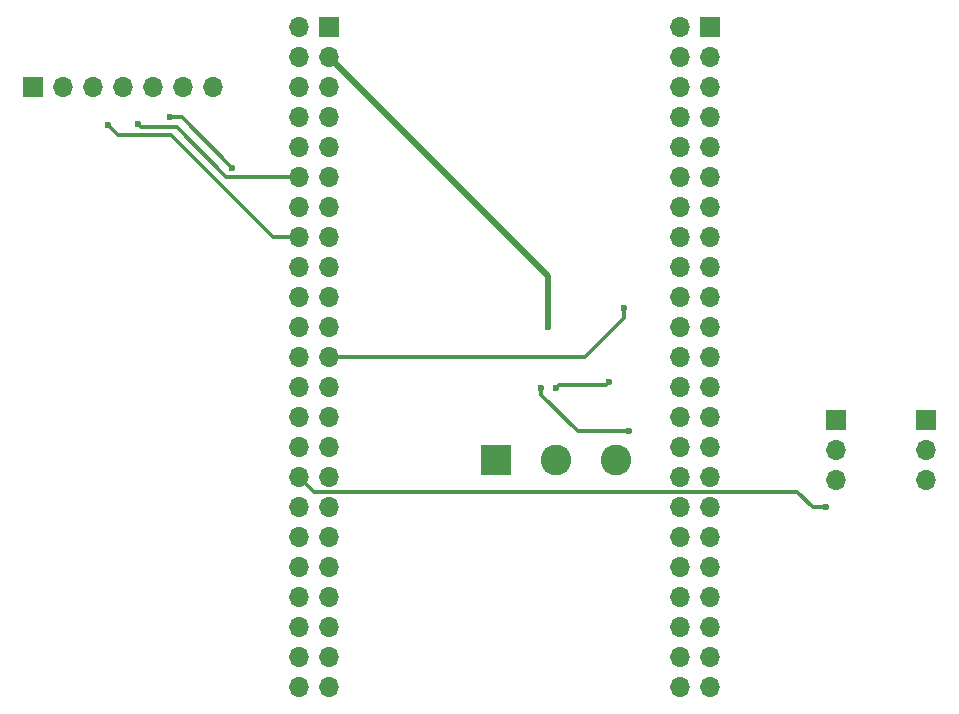
<source format=gbr>
%TF.GenerationSoftware,KiCad,Pcbnew,8.0.9-8.0.9-0~ubuntu24.04.1*%
%TF.CreationDate,2025-06-01T20:39:43+03:00*%
%TF.ProjectId,EV Control System,45562043-6f6e-4747-926f-6c2053797374,rev?*%
%TF.SameCoordinates,Original*%
%TF.FileFunction,Copper,L2,Bot*%
%TF.FilePolarity,Positive*%
%FSLAX46Y46*%
G04 Gerber Fmt 4.6, Leading zero omitted, Abs format (unit mm)*
G04 Created by KiCad (PCBNEW 8.0.9-8.0.9-0~ubuntu24.04.1) date 2025-06-01 20:39:43*
%MOMM*%
%LPD*%
G01*
G04 APERTURE LIST*
%TA.AperFunction,ComponentPad*%
%ADD10R,1.700000X1.700000*%
%TD*%
%TA.AperFunction,ComponentPad*%
%ADD11O,1.700000X1.700000*%
%TD*%
%TA.AperFunction,ComponentPad*%
%ADD12R,2.600000X2.600000*%
%TD*%
%TA.AperFunction,ComponentPad*%
%ADD13C,2.600000*%
%TD*%
%TA.AperFunction,ViaPad*%
%ADD14C,0.600000*%
%TD*%
%TA.AperFunction,Conductor*%
%ADD15C,0.200000*%
%TD*%
%TA.AperFunction,Conductor*%
%ADD16C,0.300000*%
%TD*%
%TA.AperFunction,Conductor*%
%ADD17C,0.500000*%
%TD*%
G04 APERTURE END LIST*
D10*
%TO.P,J3,1,Pin_1*%
%TO.N,/DGND*%
X110445000Y-62495000D03*
D11*
%TO.P,J3,2,Pin_2*%
%TO.N,/VDD_5VL*%
X112985000Y-62495000D03*
%TO.P,J3,3,Pin_3*%
%TO.N,/LoRa_AUX*%
X115525000Y-62495000D03*
%TO.P,J3,4,Pin_4*%
%TO.N,/LoRa_TX*%
X118065000Y-62495000D03*
%TO.P,J3,5,Pin_5*%
%TO.N,/LoRa_RX*%
X120605000Y-62495000D03*
%TO.P,J3,6,Pin_6*%
%TO.N,/DGND*%
X123145000Y-62495000D03*
%TO.P,J3,7,Pin_7*%
X125685000Y-62495000D03*
%TD*%
D10*
%TO.P,J6,1,Pin_1*%
%TO.N,/DGND*%
X186060000Y-90725000D03*
D11*
%TO.P,J6,2,Pin_2*%
%TO.N,/MIC_WS*%
X186060000Y-93265000D03*
%TO.P,J6,3,Pin_3*%
%TO.N,/MIC_SCK*%
X186060000Y-95805000D03*
%TD*%
D12*
%TO.P,J4,1,Pin_1*%
%TO.N,/DGND*%
X149675000Y-94075000D03*
D13*
%TO.P,J4,2,Pin_2*%
%TO.N,/CANL*%
X154755000Y-94075000D03*
%TO.P,J4,3,Pin_3*%
%TO.N,/CANH*%
X159835000Y-94075000D03*
%TD*%
D10*
%TO.P,J5,1,Pin_1*%
%TO.N,/DGND*%
X178440000Y-90730000D03*
D11*
%TO.P,J5,2,Pin_2*%
%TO.N,/VDD_3V3R*%
X178440000Y-93270000D03*
%TO.P,J5,3,Pin_3*%
%TO.N,/MIC_SD*%
X178440000Y-95810000D03*
%TD*%
D10*
%TO.P,J2,1,Pin_1*%
%TO.N,unconnected-(J2-Pin_1-Pad1)*%
X167779661Y-57432621D03*
D11*
%TO.P,J2,2,Pin_2*%
%TO.N,unconnected-(J2-Pin_2-Pad2)*%
X165239661Y-57432621D03*
%TO.P,J2,3,Pin_3*%
%TO.N,unconnected-(J2-Pin_3-Pad3)*%
X167779661Y-59972621D03*
%TO.P,J2,4,Pin_4*%
%TO.N,unconnected-(J2-Pin_4-Pad4)*%
X165239661Y-59972621D03*
%TO.P,J2,5,Pin_5*%
%TO.N,unconnected-(J2-Pin_5-Pad5)*%
X167779661Y-62512621D03*
%TO.P,J2,6,Pin_6*%
%TO.N,unconnected-(J2-Pin_6-Pad6)*%
X165239661Y-62512621D03*
%TO.P,J2,7,Pin_7*%
%TO.N,unconnected-(J2-Pin_7-Pad7)*%
X167779661Y-65052621D03*
%TO.P,J2,8,Pin_8*%
%TO.N,unconnected-(J2-Pin_8-Pad8)*%
X165239661Y-65052621D03*
%TO.P,J2,9,Pin_9*%
%TO.N,unconnected-(J2-Pin_9-Pad9)*%
X167779661Y-67592621D03*
%TO.P,J2,10,Pin_10*%
%TO.N,unconnected-(J2-Pin_10-Pad10)*%
X165239661Y-67592621D03*
%TO.P,J2,11,Pin_11*%
%TO.N,unconnected-(J2-Pin_11-Pad11)*%
X167779661Y-70132621D03*
%TO.P,J2,12,Pin_12*%
%TO.N,unconnected-(J2-Pin_12-Pad12)*%
X165239661Y-70132621D03*
%TO.P,J2,13,Pin_13*%
%TO.N,unconnected-(J2-Pin_13-Pad13)*%
X167779661Y-72672621D03*
%TO.P,J2,14,Pin_14*%
%TO.N,unconnected-(J2-Pin_14-Pad14)*%
X165239661Y-72672621D03*
%TO.P,J2,15,Pin_15*%
%TO.N,unconnected-(J2-Pin_15-Pad15)*%
X167779661Y-75212621D03*
%TO.P,J2,16,Pin_16*%
%TO.N,unconnected-(J2-Pin_16-Pad16)*%
X165239661Y-75212621D03*
%TO.P,J2,17,Pin_17*%
%TO.N,unconnected-(J2-Pin_17-Pad17)*%
X167779661Y-77752621D03*
%TO.P,J2,18,Pin_18*%
%TO.N,unconnected-(J2-Pin_18-Pad18)*%
X165239661Y-77752621D03*
%TO.P,J2,19,Pin_19*%
%TO.N,unconnected-(J2-Pin_19-Pad19)*%
X167779661Y-80292621D03*
%TO.P,J2,20,Pin_20*%
%TO.N,unconnected-(J2-Pin_20-Pad20)*%
X165239661Y-80292621D03*
%TO.P,J2,21,Pin_21*%
%TO.N,unconnected-(J2-Pin_21-Pad21)*%
X167779661Y-82832621D03*
%TO.P,J2,22,Pin_22*%
%TO.N,unconnected-(J2-Pin_22-Pad22)*%
X165239661Y-82832621D03*
%TO.P,J2,23,Pin_23*%
%TO.N,unconnected-(J2-Pin_23-Pad23)*%
X167779661Y-85372621D03*
%TO.P,J2,24,Pin_24*%
%TO.N,unconnected-(J2-Pin_24-Pad24)*%
X165239661Y-85372621D03*
%TO.P,J2,25,Pin_25*%
%TO.N,unconnected-(J2-Pin_25-Pad25)*%
X167779661Y-87912621D03*
%TO.P,J2,26,Pin_26*%
%TO.N,unconnected-(J2-Pin_26-Pad26)*%
X165239661Y-87912621D03*
%TO.P,J2,27,Pin_27*%
%TO.N,unconnected-(J2-Pin_27-Pad27)*%
X167779661Y-90452621D03*
%TO.P,J2,28,Pin_28*%
%TO.N,unconnected-(J2-Pin_28-Pad28)*%
X165239661Y-90452621D03*
%TO.P,J2,29,Pin_29*%
%TO.N,unconnected-(J2-Pin_29-Pad29)*%
X167779661Y-92992621D03*
%TO.P,J2,30,Pin_30*%
%TO.N,unconnected-(J2-Pin_30-Pad30)*%
X165239661Y-92992621D03*
%TO.P,J2,31,Pin_31*%
%TO.N,unconnected-(J2-Pin_31-Pad31)*%
X167779661Y-95532621D03*
%TO.P,J2,32,Pin_32*%
%TO.N,unconnected-(J2-Pin_32-Pad32)*%
X165239661Y-95532621D03*
%TO.P,J2,33,Pin_33*%
%TO.N,unconnected-(J2-Pin_33-Pad33)*%
X167779661Y-98072621D03*
%TO.P,J2,34,Pin_34*%
%TO.N,unconnected-(J2-Pin_34-Pad34)*%
X165239661Y-98072621D03*
%TO.P,J2,35,Pin_35*%
%TO.N,unconnected-(J2-Pin_35-Pad35)*%
X167779661Y-100612621D03*
%TO.P,J2,36,Pin_36*%
%TO.N,unconnected-(J2-Pin_36-Pad36)*%
X165239661Y-100612621D03*
%TO.P,J2,37,Pin_37*%
%TO.N,unconnected-(J2-Pin_37-Pad37)*%
X167779661Y-103152621D03*
%TO.P,J2,38,Pin_38*%
%TO.N,unconnected-(J2-Pin_38-Pad38)*%
X165239661Y-103152621D03*
%TO.P,J2,39,Pin_39*%
%TO.N,unconnected-(J2-Pin_39-Pad39)*%
X167779661Y-105692621D03*
%TO.P,J2,40,Pin_40*%
%TO.N,unconnected-(J2-Pin_40-Pad40)*%
X165239661Y-105692621D03*
%TO.P,J2,41,Pin_41*%
%TO.N,unconnected-(J2-Pin_41-Pad41)*%
X167779661Y-108232621D03*
%TO.P,J2,42,Pin_42*%
%TO.N,unconnected-(J2-Pin_42-Pad42)*%
X165239661Y-108232621D03*
%TO.P,J2,43,Pin_43*%
%TO.N,unconnected-(J2-Pin_43-Pad43)*%
X167779661Y-110772621D03*
%TO.P,J2,44,Pin_44*%
%TO.N,unconnected-(J2-Pin_44-Pad44)*%
X165239661Y-110772621D03*
%TO.P,J2,45,Pin_45*%
%TO.N,unconnected-(J2-Pin_45-Pad45)*%
X167779661Y-113312621D03*
%TO.P,J2,46,Pin_46*%
%TO.N,unconnected-(J2-Pin_46-Pad46)*%
X165239661Y-113312621D03*
%TD*%
D10*
%TO.P,J1,1,Pin_1*%
%TO.N,/DGND*%
X135519661Y-57422621D03*
D11*
%TO.P,J1,2,Pin_2*%
X132979661Y-57422621D03*
%TO.P,J1,3,Pin_3*%
%TO.N,/VDD_3V3R*%
X135519661Y-59962621D03*
%TO.P,J1,4,Pin_4*%
%TO.N,unconnected-(J1-Pin_4-Pad4)*%
X132979661Y-59962621D03*
%TO.P,J1,5,Pin_5*%
%TO.N,/VDD_5VR*%
X135519661Y-62502621D03*
%TO.P,J1,6,Pin_6*%
%TO.N,/VDD_5VL*%
X132979661Y-62502621D03*
%TO.P,J1,7,Pin_7*%
%TO.N,unconnected-(J1-Pin_7-Pad7)*%
X135519661Y-65042621D03*
%TO.P,J1,8,Pin_8*%
%TO.N,unconnected-(J1-Pin_8-Pad8)*%
X132979661Y-65042621D03*
%TO.P,J1,9,Pin_9*%
%TO.N,unconnected-(J1-Pin_9-Pad9)*%
X135519661Y-67582621D03*
%TO.P,J1,10,Pin_10*%
%TO.N,unconnected-(J1-Pin_10-Pad10)*%
X132979661Y-67582621D03*
%TO.P,J1,11,Pin_11*%
%TO.N,unconnected-(J1-Pin_11-Pad11)*%
X135519661Y-70122621D03*
%TO.P,J1,12,Pin_12*%
%TO.N,/LoRa_TX*%
X132979661Y-70122621D03*
%TO.P,J1,13,Pin_13*%
%TO.N,unconnected-(J1-Pin_13-Pad13)*%
X135519661Y-72662621D03*
%TO.P,J1,14,Pin_14*%
%TO.N,/LoRa_RX*%
X132979661Y-72662621D03*
%TO.P,J1,15,Pin_15*%
%TO.N,unconnected-(J1-Pin_15-Pad15)*%
X135519661Y-75202621D03*
%TO.P,J1,16,Pin_16*%
%TO.N,/LoRa_AUX*%
X132979661Y-75202621D03*
%TO.P,J1,17,Pin_17*%
%TO.N,unconnected-(J1-Pin_17-Pad17)*%
X135519661Y-77742621D03*
%TO.P,J1,18,Pin_18*%
%TO.N,unconnected-(J1-Pin_18-Pad18)*%
X132979661Y-77742621D03*
%TO.P,J1,19,Pin_19*%
%TO.N,unconnected-(J1-Pin_19-Pad19)*%
X135519661Y-80282621D03*
%TO.P,J1,20,Pin_20*%
%TO.N,unconnected-(J1-Pin_20-Pad20)*%
X132979661Y-80282621D03*
%TO.P,J1,21,Pin_21*%
%TO.N,unconnected-(J1-Pin_21-Pad21)*%
X135519661Y-82822621D03*
%TO.P,J1,22,Pin_22*%
%TO.N,unconnected-(J1-Pin_22-Pad22)*%
X132979661Y-82822621D03*
%TO.P,J1,23,Pin_23*%
%TO.N,/CAN0_TXD*%
X135519661Y-85362621D03*
%TO.P,J1,24,Pin_24*%
%TO.N,unconnected-(J1-Pin_24-Pad24)*%
X132979661Y-85362621D03*
%TO.P,J1,25,Pin_25*%
%TO.N,/CAN0_RXD*%
X135519661Y-87902621D03*
%TO.P,J1,26,Pin_26*%
%TO.N,unconnected-(J1-Pin_26-Pad26)*%
X132979661Y-87902621D03*
%TO.P,J1,27,Pin_27*%
%TO.N,unconnected-(J1-Pin_27-Pad27)*%
X135519661Y-90442621D03*
%TO.P,J1,28,Pin_28*%
%TO.N,unconnected-(J1-Pin_28-Pad28)*%
X132979661Y-90442621D03*
%TO.P,J1,29,Pin_29*%
%TO.N,unconnected-(J1-Pin_29-Pad29)*%
X135519661Y-92982621D03*
%TO.P,J1,30,Pin_30*%
%TO.N,/MIC_WS*%
X132979661Y-92982621D03*
%TO.P,J1,31,Pin_31*%
%TO.N,unconnected-(J1-Pin_31-Pad31)*%
X135519661Y-95522621D03*
%TO.P,J1,32,Pin_32*%
%TO.N,/MIC_SCK*%
X132979661Y-95522621D03*
%TO.P,J1,33,Pin_33*%
%TO.N,unconnected-(J1-Pin_33-Pad33)*%
X135519661Y-98062621D03*
%TO.P,J1,34,Pin_34*%
%TO.N,unconnected-(J1-Pin_34-Pad34)*%
X132979661Y-98062621D03*
%TO.P,J1,35,Pin_35*%
%TO.N,unconnected-(J1-Pin_35-Pad35)*%
X135519661Y-100602621D03*
%TO.P,J1,36,Pin_36*%
%TO.N,unconnected-(J1-Pin_36-Pad36)*%
X132979661Y-100602621D03*
%TO.P,J1,37,Pin_37*%
%TO.N,unconnected-(J1-Pin_37-Pad37)*%
X135519661Y-103142621D03*
%TO.P,J1,38,Pin_38*%
%TO.N,unconnected-(J1-Pin_38-Pad38)*%
X132979661Y-103142621D03*
%TO.P,J1,39,Pin_39*%
%TO.N,unconnected-(J1-Pin_39-Pad39)*%
X135519661Y-105682621D03*
%TO.P,J1,40,Pin_40*%
%TO.N,unconnected-(J1-Pin_40-Pad40)*%
X132979661Y-105682621D03*
%TO.P,J1,41,Pin_41*%
%TO.N,/MIC_SD*%
X135519661Y-108222621D03*
%TO.P,J1,42,Pin_42*%
%TO.N,unconnected-(J1-Pin_42-Pad42)*%
X132979661Y-108222621D03*
%TO.P,J1,43,Pin_43*%
%TO.N,unconnected-(J1-Pin_43-Pad43)*%
X135519661Y-110762621D03*
%TO.P,J1,44,Pin_44*%
%TO.N,unconnected-(J1-Pin_44-Pad44)*%
X132979661Y-110762621D03*
%TO.P,J1,45,Pin_45*%
%TO.N,unconnected-(J1-Pin_45-Pad45)*%
X135519661Y-113302621D03*
%TO.P,J1,46,Pin_46*%
%TO.N,unconnected-(J1-Pin_46-Pad46)*%
X132979661Y-113302621D03*
%TD*%
D14*
%TO.N,/DGND*%
X159260000Y-87470000D03*
X154760000Y-87970000D03*
%TO.N,/LoRa_AUX*%
X116810000Y-65770000D03*
%TO.N,/MIC_SCK*%
X177560000Y-98070000D03*
%TO.N,/CAN0_TXD*%
X160460000Y-81270000D03*
%TO.N,/LoRa_RX*%
X127310000Y-69370000D03*
X122060000Y-65095000D03*
%TO.N,/LoRa_TX*%
X119360000Y-65670000D03*
%TO.N,/VDD_3V3R*%
X153460000Y-87970000D03*
X154060000Y-82870000D03*
X160910000Y-91670000D03*
%TD*%
D15*
%TO.N,/DGND*%
X110445000Y-62495000D02*
X110445000Y-62185000D01*
D16*
X159260000Y-87470000D02*
X158960000Y-87770000D01*
X154960000Y-87770000D02*
X154760000Y-87970000D01*
X123145000Y-62495000D02*
X123145000Y-62455000D01*
X158960000Y-87770000D02*
X154960000Y-87770000D01*
%TO.N,/LoRa_AUX*%
X116810000Y-65770000D02*
X117610000Y-66570000D01*
X130742621Y-75202621D02*
X132979661Y-75202621D01*
X122110000Y-66570000D02*
X130742621Y-75202621D01*
X117610000Y-66570000D02*
X122110000Y-66570000D01*
%TO.N,/MIC_SCK*%
X134227040Y-96770000D02*
X132979661Y-95522621D01*
X175160000Y-96770000D02*
X134227040Y-96770000D01*
X176460000Y-98070000D02*
X175160000Y-96770000D01*
X177560000Y-98070000D02*
X176460000Y-98070000D01*
%TO.N,/CAN0_TXD*%
X160460000Y-82070000D02*
X157167379Y-85362621D01*
X160460000Y-81270000D02*
X160460000Y-82070000D01*
X157167379Y-85362621D02*
X135519661Y-85362621D01*
%TO.N,/LoRa_RX*%
X122060000Y-65095000D02*
X123035000Y-65095000D01*
X123035000Y-65095000D02*
X127310000Y-69370000D01*
%TO.N,/LoRa_TX*%
X122610000Y-65920000D02*
X126812621Y-70122621D01*
X119360000Y-65670000D02*
X119610000Y-65920000D01*
X119610000Y-65920000D02*
X122610000Y-65920000D01*
X126812621Y-70122621D02*
X132979661Y-70122621D01*
%TO.N,/VDD_3V3R*%
X156560000Y-91670000D02*
X153460000Y-88570000D01*
X160910000Y-91670000D02*
X156560000Y-91670000D01*
D17*
X154060000Y-78502960D02*
X135519661Y-59962621D01*
D16*
X153460000Y-88570000D02*
X153460000Y-87970000D01*
D17*
X154060000Y-82870000D02*
X154060000Y-78502960D01*
%TD*%
M02*

</source>
